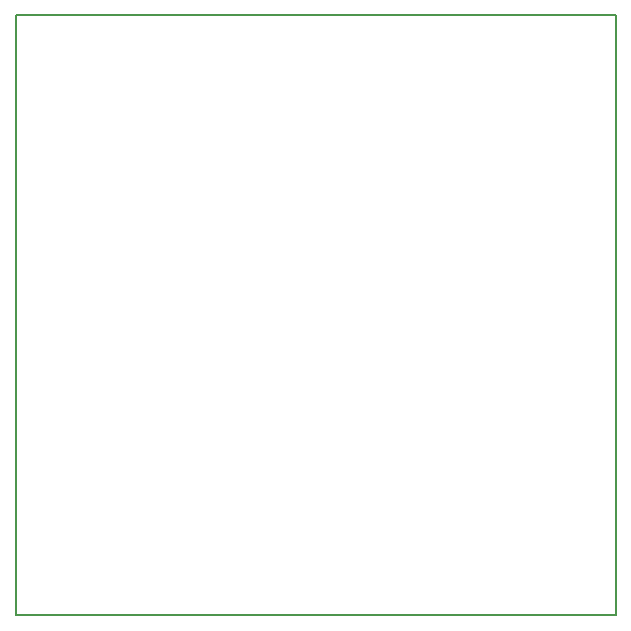
<source format=gbr>
%FSLAX23Y23*%
%MOIN*%
G04 EasyPC Gerber Version 14.0.2 Build 2922 *
%ADD29C,0.00500*%
X0Y0D02*
D02*
D29*
X58Y58D02*
X2058D01*
Y2058*
X58*
Y58*
X0Y0D02*
M02*

</source>
